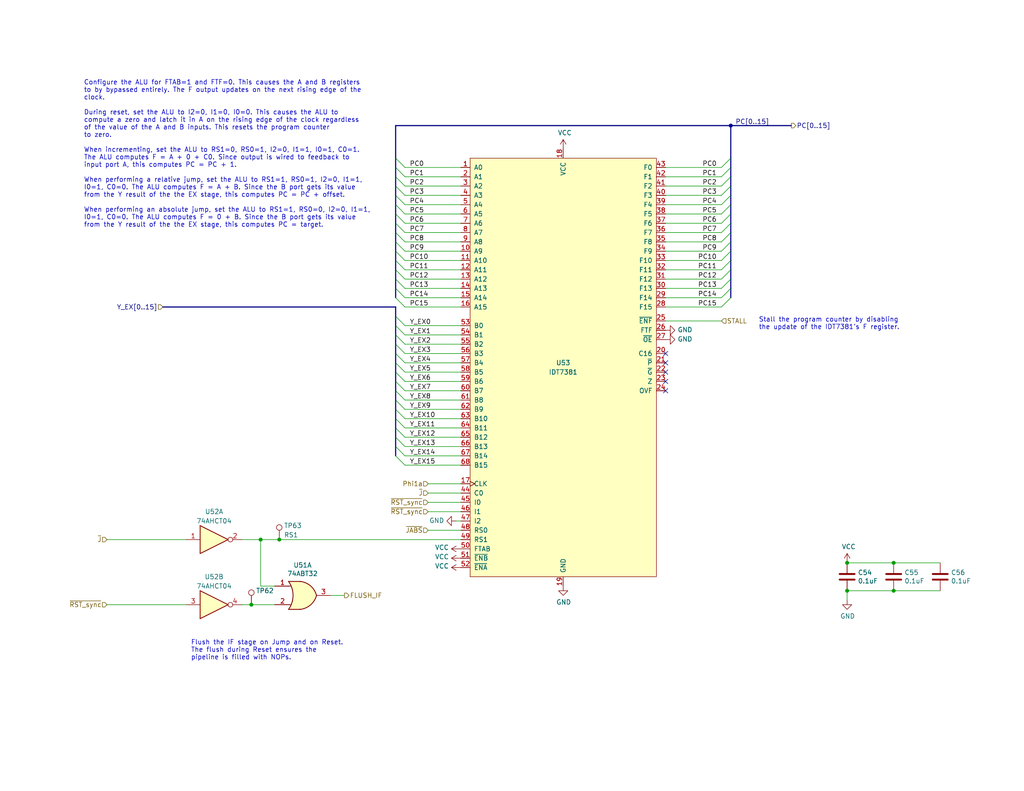
<source format=kicad_sch>
(kicad_sch (version 20230121) (generator eeschema)
  (paper "USLetter")
  (title_block (title "Program Counter") (date "2023-11-25") (rev "A") (comment 3 "sixteen-bit offset, or else reset to zero.") (comment 4 "Sixteen-bit program counter will either increment on the clock, add a specified"))
  (lib_symbols
    (symbol "Connector:TestPoint" (pin_numbers hide) (pin_names (offset 0.762) hide)
      (property "Reference" "TP" (at 0 6.858 0))
      (property "Value" "TestPoint" (at 0 5.08 0))
      (symbol "TestPoint_0_1"
        (circle (center 0 3.302) (radius 0.762))
      )
      (symbol "TestPoint_1_1"
        (pin passive line (at 0 0 90) (length 2.54) (name "1") (number "1"))
      )
    )
    (symbol "Device:C" (pin_numbers hide) (pin_names (offset 0.254))
      (property "Reference" "C" (at 0.635 2.54 0))
      (property "Value" "C" (at 0.635 -2.54 0))
      (symbol "C_0_1"
        (polyline (pts (xy -2.032 -0.762) (xy 2.032 -0.762)) (stroke (width 0.508)))
        (polyline (pts (xy -2.032 0.762) (xy 2.032 0.762)) (stroke (width 0.508)))
      )
      (symbol "C_1_1"
        (pin passive line (at 0 3.81 270) (length 2.794) (name "~") (number "1"))
        (pin passive line (at 0 -3.81 90) (length 2.794) (name "~") (number "2"))
      )
    )
    (symbol "Turtle16:74ABT32" (pin_names (offset 1.016))
      (property "Reference" "U" (at 0 1.27 0))
      (property "Value" "74ABT32" (at 0 -1.27 0))
      (symbol "74ABT32_1_1"
        (arc (start -3.81 -3.81) (mid -2.589 0) (end -3.81 3.81) (stroke (width 0.254)))
        (arc (start -0.6096 -3.81) (mid 2.1842 -2.5851) (end 3.81 0) (stroke (width 0.254)) (fill (type background)))
        (polyline (pts (xy -3.81 -3.81) (xy -0.635 -3.81)) (stroke (width 0.254)) (fill (type background)))
        (polyline (pts (xy -3.81 3.81) (xy -0.635 3.81)) (stroke (width 0.254)) (fill (type background)))
        (polyline (pts (xy -0.635 3.81) (xy -3.81 3.81) (xy -3.81 3.81) (xy -3.556 3.4036) (xy -3.0226 2.2606) (xy -2.6924 1.0414) (xy -2.6162 -0.254) (xy -2.7686 -1.4986) (xy -3.175 -2.7178) (xy -3.81 -3.81) (xy -3.81 -3.81) (xy -0.635 -3.81)) (stroke (width -25.4)) (fill (type background)))
        (arc (start 3.81 0) (mid 2.1915 2.5936) (end -0.6096 3.81) (stroke (width 0.254)) (fill (type background)))
        (pin input line (at -7.62 2.54 0) (length 4.318) (name "~") (number "1"))
        (pin input line (at -7.62 -2.54 0) (length 4.318) (name "~") (number "2"))
        (pin output line (at 7.62 0 180) (length 3.81) (name "~") (number "3"))
      )
      (symbol "74ABT32_1_2"
        (arc (start 0 -3.81) (mid 3.7934 0) (end 0 3.81) (stroke (width 0.254)) (fill (type background)))
        (polyline (pts (xy 0 3.81) (xy -3.81 3.81) (xy -3.81 -3.81) (xy 0 -3.81)) (stroke (width 0.254)) (fill (type background)))
        (pin input inverted (at -7.62 2.54 0) (length 3.81) (name "~") (number "1"))
        (pin input inverted (at -7.62 -2.54 0) (length 3.81) (name "~") (number "2"))
        (pin output inverted (at 7.62 0 180) (length 3.81) (name "~") (number "3"))
      )
      (symbol "74ABT32_2_1"
        (arc (start -3.81 -3.81) (mid -2.589 0) (end -3.81 3.81) (stroke (width 0.254)))
        (arc (start -0.6096 -3.81) (mid 2.1842 -2.5851) (end 3.81 0) (stroke (width 0.254)) (fill (type background)))
        (polyline (pts (xy -3.81 -3.81) (xy -0.635 -3.81)) (stroke (width 0.254)) (fill (type background)))
        (polyline (pts (xy -3.81 3.81) (xy -0.635 3.81)) (stroke (width 0.254)) (fill (type background)))
        (polyline (pts (xy -0.635 3.81) (xy -3.81 3.81) (xy -3.81 3.81) (xy -3.556 3.4036) (xy -3.0226 2.2606) (xy -2.6924 1.0414) (xy -2.6162 -0.254) (xy -2.7686 -1.4986) (xy -3.175 -2.7178) (xy -3.81 -3.81) (xy -3.81 -3.81) (xy -0.635 -3.81)) (stroke (width -25.4)) (fill (type background)))
        (arc (start 3.81 0) (mid 2.1915 2.5936) (end -0.6096 3.81) (stroke (width 0.254)) (fill (type background)))
        (pin input line (at -7.62 2.54 0) (length 4.318) (name "~") (number "4"))
        (pin input line (at -7.62 -2.54 0) (length 4.318) (name "~") (number "5"))
        (pin output line (at 7.62 0 180) (length 3.81) (name "~") (number "6"))
      )
      (symbol "74ABT32_2_2"
        (arc (start 0 -3.81) (mid 3.7934 0) (end 0 3.81) (stroke (width 0.254)) (fill (type background)))
        (polyline (pts (xy 0 3.81) (xy -3.81 3.81) (xy -3.81 -3.81) (xy 0 -3.81)) (stroke (width 0.254)) (fill (type background)))
        (pin input inverted (at -7.62 2.54 0) (length 3.81) (name "~") (number "4"))
        (pin input inverted (at -7.62 -2.54 0) (length 3.81) (name "~") (number "5"))
        (pin output inverted (at 7.62 0 180) (length 3.81) (name "~") (number "6"))
      )
      (symbol "74ABT32_3_1"
        (arc (start -3.81 -3.81) (mid -2.589 0) (end -3.81 3.81) (stroke (width 0.254)))
        (arc (start -0.6096 -3.81) (mid 2.1842 -2.5851) (end 3.81 0) (stroke (width 0.254)) (fill (type background)))
        (polyline (pts (xy -3.81 -3.81) (xy -0.635 -3.81)) (stroke (width 0.254)) (fill (type background)))
        (polyline (pts (xy -3.81 3.81) (xy -0.635 3.81)) (stroke (width 0.254)) (fill (type background)))
        (polyline (pts (xy -0.635 3.81) (xy -3.81 3.81) (xy -3.81 3.81) (xy -3.556 3.4036) (xy -3.0226 2.2606) (xy -2.6924 1.0414) (xy -2.6162 -0.254) (xy -2.7686 -1.4986) (xy -3.175 -2.7178) (xy -3.81 -3.81) (xy -3.81 -3.81) (xy -0.635 -3.81)) (stroke (width -25.4)) (fill (type background)))
        (arc (start 3.81 0) (mid 2.1915 2.5936) (end -0.6096 3.81) (stroke (width 0.254)) (fill (type background)))
        (pin input line (at -7.62 -2.54 0) (length 4.318) (name "~") (number "10"))
        (pin output line (at 7.62 0 180) (length 3.81) (name "~") (number "8"))
        (pin input line (at -7.62 2.54 0) (length 4.318) (name "~") (number "9"))
      )
      (symbol "74ABT32_3_2"
        (arc (start 0 -3.81) (mid 3.7934 0) (end 0 3.81) (stroke (width 0.254)) (fill (type background)))
        (polyline (pts (xy 0 3.81) (xy -3.81 3.81) (xy -3.81 -3.81) (xy 0 -3.81)) (stroke (width 0.254)) (fill (type background)))
        (pin input inverted (at -7.62 -2.54 0) (length 3.81) (name "~") (number "10"))
        (pin output inverted (at 7.62 0 180) (length 3.81) (name "~") (number "8"))
        (pin input inverted (at -7.62 2.54 0) (length 3.81) (name "~") (number "9"))
      )
      (symbol "74ABT32_4_1"
        (arc (start -3.81 -3.81) (mid -2.589 0) (end -3.81 3.81) (stroke (width 0.254)))
        (arc (start -0.6096 -3.81) (mid 2.1842 -2.5851) (end 3.81 0) (stroke (width 0.254)) (fill (type background)))
        (polyline (pts (xy -3.81 -3.81) (xy -0.635 -3.81)) (stroke (width 0.254)) (fill (type background)))
        (polyline (pts (xy -3.81 3.81) (xy -0.635 3.81)) (stroke (width 0.254)) (fill (type background)))
        (polyline (pts (xy -0.635 3.81) (xy -3.81 3.81) (xy -3.81 3.81) (xy -3.556 3.4036) (xy -3.0226 2.2606) (xy -2.6924 1.0414) (xy -2.6162 -0.254) (xy -2.7686 -1.4986) (xy -3.175 -2.7178) (xy -3.81 -3.81) (xy -3.81 -3.81) (xy -0.635 -3.81)) (stroke (width -25.4)) (fill (type background)))
        (arc (start 3.81 0) (mid 2.1915 2.5936) (end -0.6096 3.81) (stroke (width 0.254)) (fill (type background)))
        (pin output line (at 7.62 0 180) (length 3.81) (name "~") (number "11"))
        (pin input line (at -7.62 2.54 0) (length 4.318) (name "~") (number "12"))
        (pin input line (at -7.62 -2.54 0) (length 4.318) (name "~") (number "13"))
      )
      (symbol "74ABT32_4_2"
        (arc (start 0 -3.81) (mid 3.7934 0) (end 0 3.81) (stroke (width 0.254)) (fill (type background)))
        (polyline (pts (xy 0 3.81) (xy -3.81 3.81) (xy -3.81 -3.81) (xy 0 -3.81)) (stroke (width 0.254)) (fill (type background)))
        (pin output inverted (at 7.62 0 180) (length 3.81) (name "~") (number "11"))
        (pin input inverted (at -7.62 2.54 0) (length 3.81) (name "~") (number "12"))
        (pin input inverted (at -7.62 -2.54 0) (length 3.81) (name "~") (number "13"))
      )
      (symbol "74ABT32_5_0"
        (pin power_in line (at 0 12.7 270) (length 5.08) (name "VCC") (number "14"))
        (pin power_in line (at 0 -12.7 90) (length 5.08) (name "GND") (number "7"))
      )
      (symbol "74ABT32_5_1"
        (rectangle (start -5.08 7.62) (end 5.08 -7.62) (stroke (width 0.254)) (fill (type background)))
      )
    )
    (symbol "Turtle16:74AHCT04"
      (property "Reference" "U" (at 0 1.27 0))
      (property "Value" "74AHCT04" (at 0 -1.27 0))
      (symbol "74AHCT04_1_0"
        (polyline (pts (xy -3.81 3.81) (xy -3.81 -3.81) (xy 3.81 0) (xy -3.81 3.81)) (stroke (width 0.254)) (fill (type background)))
        (pin input line (at -7.62 0 0) (length 3.81) (name "~") (number "1"))
        (pin output inverted (at 7.62 0 180) (length 3.81) (name "~") (number "2"))
      )
      (symbol "74AHCT04_2_0"
        (polyline (pts (xy -3.81 3.81) (xy -3.81 -3.81) (xy 3.81 0) (xy -3.81 3.81)) (stroke (width 0.254)) (fill (type background)))
        (pin input line (at -7.62 0 0) (length 3.81) (name "~") (number "3"))
        (pin output inverted (at 7.62 0 180) (length 3.81) (name "~") (number "4"))
      )
      (symbol "74AHCT04_3_0"
        (polyline (pts (xy -3.81 3.81) (xy -3.81 -3.81) (xy 3.81 0) (xy -3.81 3.81)) (stroke (width 0.254)) (fill (type background)))
        (pin input line (at -7.62 0 0) (length 3.81) (name "~") (number "5"))
        (pin output inverted (at 7.62 0 180) (length 3.81) (name "~") (number "6"))
      )
      (symbol "74AHCT04_4_0"
        (polyline (pts (xy -3.81 3.81) (xy -3.81 -3.81) (xy 3.81 0) (xy -3.81 3.81)) (stroke (width 0.254)) (fill (type background)))
        (pin output inverted (at 7.62 0 180) (length 3.81) (name "~") (number "8"))
        (pin input line (at -7.62 0 0) (length 3.81) (name "~") (number "9"))
      )
      (symbol "74AHCT04_5_0"
        (polyline (pts (xy -3.81 3.81) (xy -3.81 -3.81) (xy 3.81 0) (xy -3.81 3.81)) (stroke (width 0.254)) (fill (type background)))
        (pin output inverted (at 7.62 0 180) (length 3.81) (name "~") (number "10"))
        (pin input line (at -7.62 0 0) (length 3.81) (name "~") (number "11"))
      )
      (symbol "74AHCT04_6_0"
        (polyline (pts (xy -3.81 3.81) (xy -3.81 -3.81) (xy 3.81 0) (xy -3.81 3.81)) (stroke (width 0.254)) (fill (type background)))
        (pin output inverted (at 7.62 0 180) (length 3.81) (name "~") (number "12"))
        (pin input line (at -7.62 0 0) (length 3.81) (name "~") (number "13"))
      )
      (symbol "74AHCT04_7_0"
        (pin power_in line (at 0 12.7 270) (length 5.08) (name "VCC") (number "14"))
        (pin power_in line (at 0 -12.7 90) (length 5.08) (name "GND") (number "7"))
      )
      (symbol "74AHCT04_7_1"
        (rectangle (start -5.08 7.62) (end 5.08 -7.62) (stroke (width 0.254)) (fill (type background)))
      )
    )
    (symbol "Turtle16:IDT7381" (pin_names (offset 1.016))
      (symbol "IDT7381_0_1"
        (rectangle (start -25.4 57.15) (end 25.4 -57.15) (fill (type background)))
      )
      (symbol "IDT7381_1_1"
        (pin input line (at -27.94 54.61 0) (length 2.54) (name "A0") (number "1"))
        (pin input line (at -27.94 31.75 0) (length 2.54) (name "A9") (number "10"))
        (pin input line (at -27.94 29.21 0) (length 2.54) (name "A10") (number "11"))
        (pin input line (at -27.94 26.67 0) (length 2.54) (name "A11") (number "12"))
        (pin input line (at -27.94 24.13 0) (length 2.54) (name "A12") (number "13"))
        (pin input line (at -27.94 21.59 0) (length 2.54) (name "A13") (number "14"))
        (pin input line (at -27.94 19.05 0) (length 2.54) (name "A14") (number "15"))
        (pin input line (at -27.94 16.51 0) (length 2.54) (name "A15") (number "16"))
        (pin input clock (at -27.94 -31.75 0) (length 2.54) (name "CLK") (number "17"))
        (pin power_in line (at 0 59.69 270) (length 2.54) (name "VCC") (number "18"))
        (pin power_in line (at 0 -59.69 90) (length 2.54) (name "GND") (number "19"))
        (pin input line (at -27.94 52.07 0) (length 2.54) (name "A1") (number "2"))
        (pin output line (at 27.94 3.81 180) (length 2.54) (name "C16") (number "20"))
        (pin output line (at 27.94 1.27 180) (length 2.54) (name "~{P}") (number "21"))
        (pin output line (at 27.94 -1.27 180) (length 2.54) (name "~{G}") (number "22"))
        (pin output line (at 27.94 -3.81 180) (length 2.54) (name "Z") (number "23"))
        (pin output line (at 27.94 -6.35 180) (length 2.54) (name "OVF") (number "24"))
        (pin input line (at 27.94 12.7 180) (length 2.54) (name "~{ENF}") (number "25"))
        (pin input line (at 27.94 10.16 180) (length 2.54) (name "FTF") (number "26"))
        (pin input line (at 27.94 7.62 180) (length 2.54) (name "~{OE}") (number "27"))
        (pin tri_state line (at 27.94 16.51 180) (length 2.54) (name "F15") (number "28"))
        (pin tri_state line (at 27.94 19.05 180) (length 2.54) (name "F14") (number "29"))
        (pin input line (at -27.94 49.53 0) (length 2.54) (name "A2") (number "3"))
        (pin tri_state line (at 27.94 21.59 180) (length 2.54) (name "F13") (number "30"))
        (pin tri_state line (at 27.94 24.13 180) (length 2.54) (name "F12") (number "31"))
        (pin tri_state line (at 27.94 26.67 180) (length 2.54) (name "F11") (number "32"))
        (pin tri_state line (at 27.94 29.21 180) (length 2.54) (name "F10") (number "33"))
        (pin tri_state line (at 27.94 31.75 180) (length 2.54) (name "F9") (number "34"))
        (pin tri_state line (at 27.94 34.29 180) (length 2.54) (name "F8") (number "35"))
        (pin tri_state line (at 27.94 36.83 180) (length 2.54) (name "F7") (number "36"))
        (pin tri_state line (at 27.94 39.37 180) (length 2.54) (name "F6") (number "37"))
        (pin tri_state line (at 27.94 41.91 180) (length 2.54) (name "F5") (number "38"))
        (pin tri_state line (at 27.94 44.45 180) (length 2.54) (name "F4") (number "39"))
        (pin input line (at -27.94 46.99 0) (length 2.54) (name "A3") (number "4"))
        (pin tri_state line (at 27.94 46.99 180) (length 2.54) (name "F3") (number "40"))
        (pin tri_state line (at 27.94 49.53 180) (length 2.54) (name "F2") (number "41"))
        (pin tri_state line (at 27.94 52.07 180) (length 2.54) (name "F1") (number "42"))
        (pin tri_state line (at 27.94 54.61 180) (length 2.54) (name "F0") (number "43"))
        (pin input line (at -27.94 -34.29 0) (length 2.54) (name "C0") (number "44"))
        (pin input line (at -27.94 -36.83 0) (length 2.54) (name "I0") (number "45"))
        (pin input line (at -27.94 -39.37 0) (length 2.54) (name "I1") (number "46"))
        (pin input line (at -27.94 -41.91 0) (length 2.54) (name "I2") (number "47"))
        (pin input line (at -27.94 -44.45 0) (length 2.54) (name "RS0") (number "48"))
        (pin input line (at -27.94 -46.99 0) (length 2.54) (name "RS1") (number "49"))
        (pin input line (at -27.94 44.45 0) (length 2.54) (name "A4") (number "5"))
        (pin input line (at -27.94 -49.53 0) (length 2.54) (name "FTAB") (number "50"))
        (pin input line (at -27.94 -52.07 0) (length 2.54) (name "~{ENB}") (number "51"))
        (pin input line (at -27.94 -54.61 0) (length 2.54) (name "~{ENA}") (number "52"))
        (pin input line (at -27.94 11.43 0) (length 2.54) (name "B0") (number "53"))
        (pin input line (at -27.94 8.89 0) (length 2.54) (name "B1") (number "54"))
        (pin input line (at -27.94 6.35 0) (length 2.54) (name "B2") (number "55"))
        (pin input line (at -27.94 3.81 0) (length 2.54) (name "B3") (number "56"))
        (pin input line (at -27.94 1.27 0) (length 2.54) (name "B4") (number "57"))
        (pin input line (at -27.94 -1.27 0) (length 2.54) (name "B5") (number "58"))
        (pin input line (at -27.94 -3.81 0) (length 2.54) (name "B6") (number "59"))
        (pin input line (at -27.94 41.91 0) (length 2.54) (name "A5") (number "6"))
        (pin input line (at -27.94 -6.35 0) (length 2.54) (name "B7") (number "60"))
        (pin input line (at -27.94 -8.89 0) (length 2.54) (name "B8") (number "61"))
        (pin input line (at -27.94 -11.43 0) (length 2.54) (name "B9") (number "62"))
        (pin input line (at -27.94 -13.97 0) (length 2.54) (name "B10") (number "63"))
        (pin input line (at -27.94 -16.51 0) (length 2.54) (name "B11") (number "64"))
        (pin input line (at -27.94 -19.05 0) (length 2.54) (name "B12") (number "65"))
        (pin input line (at -27.94 -21.59 0) (length 2.54) (name "B13") (number "66"))
        (pin input line (at -27.94 -24.13 0) (length 2.54) (name "B14") (number "67"))
        (pin input line (at -27.94 -26.67 0) (length 2.54) (name "B15") (number "68"))
        (pin input line (at -27.94 39.37 0) (length 2.54) (name "A6") (number "7"))
        (pin input line (at -27.94 36.83 0) (length 2.54) (name "A7") (number "8"))
        (pin input line (at -27.94 34.29 0) (length 2.54) (name "A8") (number "9"))
      )
    )
    (symbol "power:GND" (power) (pin_names (offset 0))
      (property "Value" "GND" (at 0 -3.81 0))
      (symbol "GND_0_1"
        (polyline (pts (xy 0 0) (xy 0 -1.27) (xy 1.27 -1.27) (xy 0 -2.54) (xy -1.27 -1.27) (xy 0 -1.27)))
      )
      (symbol "GND_1_1"
        (pin power_in line (at 0 0 270) (length 0) hide (name "GND") (number "1"))
      )
    )
    (symbol "power:VCC" (power) (pin_names (offset 0))
      (property "Value" "VCC" (at 0 3.81 0))
      (symbol "VCC_0_1"
        (polyline (pts (xy -0.762 1.27) (xy 0 2.54)))
        (polyline (pts (xy 0 0) (xy 0 2.54)))
        (polyline (pts (xy 0 2.54) (xy 0.762 1.27)))
      )
      (symbol "VCC_1_1"
        (pin power_in line (at 0 0 90) (length 0) hide (name "VCC") (number "1"))
      )
    )
  )
  (junction (at -53.34 147.32))
  (junction (at -29.21 157.48))
  (junction (at 231.14 161.29))
  (junction (at -53.34 152.4))
  (junction (at -53.34 133.35))
  (junction (at -53.34 162.56))
  (junction (at -53.34 167.64))
  (junction (at -29.21 143.51))
  (junction (at 243.84 161.29))
  (junction (at -29.21 129.54))
  (junction (at 199.39 34.29))
  (junction (at 231.14 153.67))
  (junction (at -29.21 171.45))
  (junction (at 71.12 147.32))
  (junction (at 76.2 147.32))
  (junction (at 243.84 153.67))
  (junction (at 68.58 165.1))
  (junction (at -53.34 138.43))
  (no_connect (at -13.97 129.54))
  (no_connect (at 181.61 104.14))
  (no_connect (at -13.97 143.51))
  (no_connect (at 181.61 101.6))
  (no_connect (at -35.56 165.1))
  (no_connect (at 181.61 106.68))
  (no_connect (at -35.56 135.89))
  (no_connect (at -13.97 157.48))
  (no_connect (at -35.56 149.86))
  (no_connect (at 181.61 96.52))
  (no_connect (at 181.61 99.06))
  (no_connect (at -13.97 171.45))
  (bus_entry (at 110.49 53.34) (size -2.54 -2.54))
  (bus_entry (at 110.49 91.44) (size -2.54 -2.54))
  (bus_entry (at 110.49 48.26) (size -2.54 -2.54))
  (bus_entry (at 110.49 76.2) (size -2.54 -2.54))
  (bus_entry (at 110.49 63.5) (size -2.54 -2.54))
  (bus_entry (at 110.49 73.66) (size -2.54 -2.54))
  (bus_entry (at 196.85 48.26) (size 2.54 -2.54))
  (bus_entry (at 110.49 99.06) (size -2.54 -2.54))
  (bus_entry (at 196.85 55.88) (size 2.54 -2.54))
  (bus_entry (at 196.85 73.66) (size 2.54 -2.54))
  (bus_entry (at 110.49 66.04) (size -2.54 -2.54))
  (bus_entry (at 110.49 96.52) (size -2.54 -2.54))
  (bus_entry (at 196.85 76.2) (size 2.54 -2.54))
  (bus_entry (at 110.49 55.88) (size -2.54 -2.54))
  (bus_entry (at 110.49 60.96) (size -2.54 -2.54))
  (bus_entry (at 196.85 71.12) (size 2.54 -2.54))
  (bus_entry (at 110.49 101.6) (size -2.54 -2.54))
  (bus_entry (at 110.49 119.38) (size -2.54 -2.54))
  (bus_entry (at 110.49 71.12) (size -2.54 -2.54))
  (bus_entry (at 110.49 114.3) (size -2.54 -2.54))
  (bus_entry (at 110.49 88.9) (size -2.54 -2.54))
  (bus_entry (at 196.85 81.28) (size 2.54 -2.54))
  (bus_entry (at 196.85 66.04) (size 2.54 -2.54))
  (bus_entry (at 196.85 68.58) (size 2.54 -2.54))
  (bus_entry (at 110.49 81.28) (size -2.54 -2.54))
  (bus_entry (at 110.49 127) (size -2.54 -2.54))
  (bus_entry (at 196.85 83.82) (size 2.54 -2.54))
  (bus_entry (at 110.49 45.72) (size -2.54 -2.54))
  (bus_entry (at 196.85 63.5) (size 2.54 -2.54))
  (bus_entry (at 110.49 83.82) (size -2.54 -2.54))
  (bus_entry (at 110.49 121.92) (size -2.54 -2.54))
  (bus_entry (at 110.49 78.74) (size -2.54 -2.54))
  (bus_entry (at 110.49 109.22) (size -2.54 -2.54))
  (bus_entry (at 196.85 50.8) (size 2.54 -2.54))
  (bus_entry (at 196.85 45.72) (size 2.54 -2.54))
  (bus_entry (at 110.49 111.76) (size -2.54 -2.54))
  (bus_entry (at 110.49 50.8) (size -2.54 -2.54))
  (bus_entry (at 110.49 124.46) (size -2.54 -2.54))
  (bus_entry (at 110.49 93.98) (size -2.54 -2.54))
  (bus_entry (at 196.85 53.34) (size 2.54 -2.54))
  (bus_entry (at 110.49 58.42) (size -2.54 -2.54))
  (bus_entry (at 196.85 60.96) (size 2.54 -2.54))
  (bus_entry (at 110.49 106.68) (size -2.54 -2.54))
  (bus_entry (at 110.49 68.58) (size -2.54 -2.54))
  (bus_entry (at 196.85 58.42) (size 2.54 -2.54))
  (bus_entry (at 196.85 78.74) (size 2.54 -2.54))
  (bus_entry (at 110.49 116.84) (size -2.54 -2.54))
  (bus_entry (at 110.49 104.14) (size -2.54 -2.54))
  (wire (pts (xy -53.34 118.11) (xy -53.34 133.35)))
  (wire (pts (xy 256.54 161.29) (xy 243.84 161.29)))
  (wire (pts (xy 68.58 165.1) (xy 74.93 165.1)))
  (wire (pts (xy 71.12 160.02) (xy 71.12 147.32)))
  (wire (pts (xy 110.49 58.42) (xy 125.73 58.42)))
  (bus (pts (xy 107.95 63.5) (xy 107.95 66.04)))
  (bus (pts (xy 107.95 119.38) (xy 107.95 121.92)))
  (bus (pts (xy 199.39 58.42) (xy 199.39 60.96)))
  (wire (pts (xy 110.49 106.68) (xy 125.73 106.68)))
  (wire (pts (xy 110.49 78.74) (xy 125.73 78.74)))
  (wire (pts (xy 110.49 114.3) (xy 125.73 114.3)))
  (wire (pts (xy 196.85 78.74) (xy 181.61 78.74)))
  (bus (pts (xy 107.95 104.14) (xy 107.95 106.68)))
  (bus (pts (xy 199.39 50.8) (xy 199.39 53.34)))
  (wire (pts (xy 66.04 147.32) (xy 71.12 147.32)))
  (wire (pts (xy -50.8 133.35) (xy -53.34 133.35)))
  (wire (pts (xy -50.8 138.43) (xy -53.34 138.43)))
  (bus (pts (xy 107.95 116.84) (xy 107.95 119.38)))
  (wire (pts (xy 196.85 73.66) (xy 181.61 73.66)))
  (wire (pts (xy 110.49 93.98) (xy 125.73 93.98)))
  (bus (pts (xy 199.39 34.29) (xy 199.39 43.18)))
  (bus (pts (xy 107.95 109.22) (xy 107.95 111.76)))
  (wire (pts (xy 110.49 91.44) (xy 125.73 91.44)))
  (wire (pts (xy 116.84 139.7) (xy 125.73 139.7)))
  (wire (pts (xy 196.85 83.82) (xy 181.61 83.82)))
  (wire (pts (xy -29.21 199.39) (xy -29.21 200.66)))
  (wire (pts (xy 196.85 76.2) (xy 181.61 76.2)))
  (bus (pts (xy 107.95 99.06) (xy 107.95 101.6)))
  (bus (pts (xy 107.95 43.18) (xy 107.95 45.72)))
  (wire (pts (xy -53.34 162.56) (xy -53.34 167.64)))
  (bus (pts (xy 107.95 83.82) (xy 44.45 83.82)))
  (wire (pts (xy -53.34 138.43) (xy -53.34 147.32)))
  (bus (pts (xy 107.95 73.66) (xy 107.95 76.2)))
  (bus (pts (xy 107.95 121.92) (xy 107.95 124.46)))
  (bus (pts (xy 107.95 88.9) (xy 107.95 91.44)))
  (bus (pts (xy 199.39 68.58) (xy 199.39 71.12)))
  (bus (pts (xy 199.39 73.66) (xy 199.39 76.2)))
  (wire (pts (xy 110.49 109.22) (xy 125.73 109.22)))
  (wire (pts (xy 110.49 88.9) (xy 125.73 88.9)))
  (wire (pts (xy -29.21 143.51) (xy -29.21 157.48)))
  (bus (pts (xy 107.95 93.98) (xy 107.95 96.52)))
  (bus (pts (xy 107.95 86.36) (xy 107.95 88.9)))
  (wire (pts (xy 71.12 147.32) (xy 76.2 147.32)))
  (wire (pts (xy 29.21 165.1) (xy 50.8 165.1)))
  (bus (pts (xy 107.95 58.42) (xy 107.95 60.96)))
  (wire (pts (xy 110.49 73.66) (xy 125.73 73.66)))
  (bus (pts (xy 107.95 55.88) (xy 107.95 58.42)))
  (bus (pts (xy 199.39 53.34) (xy 199.39 55.88)))
  (wire (pts (xy 196.85 53.34) (xy 181.61 53.34)))
  (bus (pts (xy 107.95 96.52) (xy 107.95 99.06)))
  (wire (pts (xy 110.49 83.82) (xy 125.73 83.82)))
  (bus (pts (xy 199.39 43.18) (xy 199.39 45.72)))
  (wire (pts (xy 231.14 163.83) (xy 231.14 161.29)))
  (bus (pts (xy 199.39 66.04) (xy 199.39 68.58)))
  (wire (pts (xy 196.85 45.72) (xy 181.61 45.72)))
  (wire (pts (xy 196.85 48.26) (xy 181.61 48.26)))
  (bus (pts (xy 199.39 60.96) (xy 199.39 63.5)))
  (bus (pts (xy 107.95 83.82) (xy 107.95 86.36)))
  (wire (pts (xy 196.85 63.5) (xy 181.61 63.5)))
  (wire (pts (xy -50.8 162.56) (xy -53.34 162.56)))
  (wire (pts (xy 110.49 45.72) (xy 125.73 45.72)))
  (bus (pts (xy 107.95 106.68) (xy 107.95 109.22)))
  (bus (pts (xy 107.95 111.76) (xy 107.95 114.3)))
  (bus (pts (xy 107.95 76.2) (xy 107.95 78.74)))
  (bus (pts (xy 107.95 91.44) (xy 107.95 93.98)))
  (bus (pts (xy 107.95 78.74) (xy 107.95 81.28)))
  (wire (pts (xy 110.49 50.8) (xy 125.73 50.8)))
  (bus (pts (xy 199.39 71.12) (xy 199.39 73.66)))
  (wire (pts (xy -50.8 152.4) (xy -53.34 152.4)))
  (wire (pts (xy 116.84 144.78) (xy 125.73 144.78)))
  (bus (pts (xy 107.95 34.29) (xy 107.95 43.18)))
  (wire (pts (xy 116.84 137.16) (xy 125.73 137.16)))
  (wire (pts (xy 110.49 53.34) (xy 125.73 53.34)))
  (wire (pts (xy 110.49 99.06) (xy 125.73 99.06)))
  (bus (pts (xy 199.39 48.26) (xy 199.39 50.8)))
  (wire (pts (xy 231.14 153.67) (xy 243.84 153.67)))
  (wire (pts (xy 110.49 104.14) (xy 125.73 104.14)))
  (bus (pts (xy 107.95 34.29) (xy 199.39 34.29)))
  (bus (pts (xy 199.39 55.88) (xy 199.39 58.42)))
  (wire (pts (xy 110.49 60.96) (xy 125.73 60.96)))
  (bus (pts (xy 107.95 48.26) (xy 107.95 50.8)))
  (bus (pts (xy 107.95 101.6) (xy 107.95 104.14)))
  (wire (pts (xy 110.49 116.84) (xy 125.73 116.84)))
  (wire (pts (xy -50.8 147.32) (xy -53.34 147.32)))
  (bus (pts (xy 107.95 66.04) (xy 107.95 68.58)))
  (wire (pts (xy -29.21 129.54) (xy -29.21 143.51)))
  (wire (pts (xy 110.49 96.52) (xy 125.73 96.52)))
  (wire (pts (xy -53.34 152.4) (xy -53.34 162.56)))
  (bus (pts (xy 107.95 45.72) (xy 107.95 48.26)))
  (bus (pts (xy 107.95 71.12) (xy 107.95 73.66)))
  (wire (pts (xy 110.49 71.12) (xy 125.73 71.12)))
  (wire (pts (xy 110.49 124.46) (xy 125.73 124.46)))
  (wire (pts (xy 66.04 165.1) (xy 68.58 165.1)))
  (bus (pts (xy 199.39 63.5) (xy 199.39 66.04)))
  (wire (pts (xy 196.85 60.96) (xy 181.61 60.96)))
  (wire (pts (xy 110.49 81.28) (xy 125.73 81.28)))
  (bus (pts (xy 199.39 76.2) (xy 199.39 78.74)))
  (wire (pts (xy 243.84 161.29) (xy 231.14 161.29)))
  (wire (pts (xy 196.85 68.58) (xy 181.61 68.58)))
  (bus (pts (xy 199.39 45.72) (xy 199.39 48.26)))
  (bus (pts (xy 107.95 60.96) (xy 107.95 63.5)))
  (bus (pts (xy 199.39 78.74) (xy 199.39 81.28)))
  (wire (pts (xy 110.49 121.92) (xy 125.73 121.92)))
  (wire (pts (xy 110.49 111.76) (xy 125.73 111.76)))
  (wire (pts (xy 196.85 81.28) (xy 181.61 81.28)))
  (bus (pts (xy 107.95 114.3) (xy 107.95 116.84)))
  (wire (pts (xy -29.21 157.48) (xy -29.21 171.45)))
  (wire (pts (xy 110.49 66.04) (xy 125.73 66.04)))
  (wire (pts (xy 93.98 162.56) (xy 90.17 162.56)))
  (wire (pts (xy 243.84 153.67) (xy 256.54 153.67)))
  (wire (pts (xy 196.85 50.8) (xy 181.61 50.8)))
  (wire (pts (xy 110.49 48.26) (xy 125.73 48.26)))
  (wire (pts (xy 110.49 76.2) (xy 125.73 76.2)))
  (wire (pts (xy 110.49 68.58) (xy 125.73 68.58)))
  (wire (pts (xy 181.61 87.63) (xy 196.85 87.63)))
  (wire (pts (xy -29.21 171.45) (xy -29.21 173.99)))
  (bus (pts (xy 107.95 68.58) (xy 107.95 71.12)))
  (wire (pts (xy -53.34 167.64) (xy -53.34 173.99)))
  (wire (pts (xy 110.49 119.38) (xy 125.73 119.38)))
  (bus (pts (xy 107.95 53.34) (xy 107.95 55.88)))
  (wire (pts (xy -53.34 147.32) (xy -53.34 152.4)))
  (bus (pts (xy 107.95 50.8) (xy 107.95 53.34)))
  (wire (pts (xy 196.85 71.12) (xy 181.61 71.12)))
  (wire (pts (xy 116.84 134.62) (xy 125.73 134.62)))
  (wire (pts (xy -29.21 118.11) (xy -29.21 129.54)))
  (wire (pts (xy 29.21 147.32) (xy 50.8 147.32)))
  (wire (pts (xy 110.49 101.6) (xy 125.73 101.6)))
  (wire (pts (xy 196.85 55.88) (xy 181.61 55.88)))
  (wire (pts (xy 76.2 147.32) (xy 125.73 147.32)))
  (bus (pts (xy 215.9 34.29) (xy 199.39 34.29)))
  (wire (pts (xy 125.73 142.24) (xy 124.46 142.24)))
  (wire (pts (xy 74.93 160.02) (xy 71.12 160.02)))
  (wire (pts (xy 116.84 132.08) (xy 125.73 132.08)))
  (wire (pts (xy -53.34 133.35) (xy -53.34 138.43)))
  (wire (pts (xy 110.49 127) (xy 125.73 127)))
  (wire (pts (xy -50.8 167.64) (xy -53.34 167.64)))
  (wire (pts (xy 110.49 55.88) (xy 125.73 55.88)))
  (wire (pts (xy 196.85 66.04) (xy 181.61 66.04)))
  (wire (pts (xy 110.49 63.5) (xy 125.73 63.5)))
  (wire (pts (xy 196.85 58.42) (xy 181.61 58.42)))
  (text "Stall the program counter by disabling\nthe update of the IDT7381’s F register." (at 207.01 90.17 0) (effects (font (size 1.27 1.27)) (justify left bottom)))
  (text "Flush the IF stage on Jump and on Reset.\nThe flush during Reset ensures the\npipeline is filled with NOPs." (at 52.07 180.34 0) (effects (font (size 1.27 1.27)) (justify left bottom)))
  (text "Configure the ALU for FTAB=1 and FTF=0. This causes the A and B registers\nto by bypassed entirely. The F output updates on the next rising edge of the\nclock.\n\nDuring reset, set the ALU to I2=0, I1=0, I0=0. This causes the ALU to\ncompute a zero and latch it in A on the rising edge of the clock regardless\nof the value of the A and B inputs. This resets the program counter\nto zero.\n\nWhen incrementing, set the ALU to RS1=0, RS0=1, I2=0, I1=1, I0=1, C0=1.\nThe ALU computes F = A + 0 + C0. Since output is wired to feedback to\ninput port A, this computes PC = PC + 1.\n\nWhen performing a relative jump, set the ALU to RS1=1, RS0=1, I2=0, I1=1,\nI0=1, C0=0. The ALU computes F = A + B. Since the B port gets its value\nfrom the Y result of the the EX stage, this computes PC = PC + offset.\n\nWhen performing an absolute jump, set the ALU to RS1=1, RS0=0, I2=0, I1=1,\nI0=1, C0=0. The ALU computes F = 0 + B. Since the B port gets its value\nfrom the Y result of the the EX stage, this computes PC = target." (at 22.86 62.23 0) (effects (font (size 1.27 1.27)) (justify left bottom)))
  (label "PC8" (at 111.76 66.04 0))
  (label "PC11" (at 111.76 73.66 0))
  (label "Y_EX9" (at 111.76 111.76 0))
  (label "PC3" (at 111.76 53.34 0))
  (label "Y_EX1" (at 111.76 91.44 0))
  (label "PC13" (at 111.76 78.74 0))
  (label "PC4" (at 111.76 55.88 0))
  (label "PC2" (at 195.58 50.8 180))
  (label "Y_EX6" (at 111.76 104.14 0))
  (label "Y_EX14" (at 111.76 124.46 0))
  (label "Y_EX13" (at 111.76 121.92 0))
  (label "PC9" (at 195.58 68.58 180))
  (label "Y_EX0" (at 111.76 88.9 0))
  (label "PC15" (at 195.58 83.82 180))
  (label "PC15" (at 111.76 83.82 0))
  (label "PC0" (at 111.76 45.72 0))
  (label "Y_EX3" (at 111.76 96.52 0))
  (label "PC5" (at 195.58 58.42 180))
  (label "PC11" (at 195.58 73.66 180))
  (label "Y_EX11" (at 111.76 116.84 0))
  (label "PC10" (at 195.58 71.12 180))
  (label "Y_EX7" (at 111.76 106.68 0))
  (label "Y_EX5" (at 111.76 101.6 0))
  (label "PC14" (at 111.76 81.28 0))
  (label "Y_EX2" (at 111.76 93.98 0))
  (label "PC12" (at 195.58 76.2 180))
  (label "PC10" (at 111.76 71.12 0))
  (label "PC8" (at 195.58 66.04 180))
  (label "PC6" (at 111.76 60.96 0))
  (label "PC6" (at 195.58 60.96 180))
  (label "PC2" (at 111.76 50.8 0))
  (label "PC9" (at 111.76 68.58 0))
  (label "PC4" (at 195.58 55.88 180))
  (label "Y_EX4" (at 111.76 99.06 0))
  (label "PC13" (at 195.58 78.74 180))
  (label "PC0" (at 195.58 45.72 180))
  (label "PC1" (at 195.58 48.26 180))
  (label "PC14" (at 195.58 81.28 180))
  (label "Y_EX12" (at 111.76 119.38 0))
  (label "Y_EX15" (at 111.76 127 0))
  (label "Y_EX10" (at 111.76 114.3 0))
  (label "PC7" (at 195.58 63.5 180))
  (label "PC3" (at 195.58 53.34 180))
  (label "PC5" (at 111.76 58.42 0))
  (label "PC[0..15]" (at 200.66 34.29 0))
  (label "PC7" (at 111.76 63.5 0))
  (label "Y_EX8" (at 111.76 109.22 0))
  (label "PC12" (at 111.76 76.2 0))
  (label "PC1" (at 111.76 48.26 0))
  (hierarchical_label "STALL" (shape input) (at 196.85 87.63 0))
  (hierarchical_label "~{JABS}" (shape input) (at 116.84 144.78 180))
  (hierarchical_label "PC[0..15]" (shape output) (at 215.9 34.29 0))
  (hierarchical_label "Phi1a" (shape input) (at 116.84 132.08 180))
  (hierarchical_label "~{RST_sync}" (shape input) (at 116.84 139.7 180))
  (hierarchical_label "Y_EX[0..15]" (shape input) (at 44.45 83.82 180))
  (hierarchical_label "~{J}" (shape input) (at 29.21 147.32 180))
  (hierarchical_label "~{J}" (shape input) (at 116.84 134.62 180))
  (hierarchical_label "~{RST_sync}" (shape input) (at 29.21 165.1 180))
  (hierarchical_label "~{RST_sync}" (shape input) (at 116.84 137.16 180))
  (hierarchical_label "FLUSH_IF" (shape output) (at 93.98 162.56 0))
  (symbol (lib_id "Device:C") (at 231.14 157.48 0) (unit 1)
    (property "Reference" "C54" (at 234.061 156.3116 0) (effects (justify left)))
    (property "Value" "0.1uF" (at 234.061 158.623 0) (effects (justify left)))
    (property "Footprint" "Capacitor_SMD:C_0603_1608Metric" (effects hide))
    (property "Datasheet" "https://www.mouser.com/datasheet/2/396/taiyo_yuden_12132018_mlcc11_hq_e-1510082.pdf" (effects hide))
    (property "Manufacturer" "Taiyo Yuden" (effects hide))
    (property "Manufacturer#" "EMK107B7104KAHT" (effects hide))
    (property "Mouser#" "963-EMK107B7104KAHT" (effects hide))
    (property "Digikey#" "587-6004-1-ND" (effects hide))
  )
  (symbol (lib_id "Device:C") (at 243.84 157.48 0) (unit 1)
    (property "Reference" "C55" (at 246.761 156.3116 0) (effects (justify left)))
    (property "Value" "0.1uF" (at 246.761 158.623 0) (effects (justify left)))
    (property "Footprint" "Capacitor_SMD:C_0603_1608Metric" (effects hide))
    (property "Datasheet" "https://www.mouser.com/datasheet/2/396/taiyo_yuden_12132018_mlcc11_hq_e-1510082.pdf" (effects hide))
    (property "Manufacturer" "Taiyo Yuden" (effects hide))
    (property "Manufacturer#" "EMK107B7104KAHT" (effects hide))
    (property "Mouser#" "963-EMK107B7104KAHT" (effects hide))
    (property "Digikey#" "587-6004-1-ND" (effects hide))
  )
  (symbol (lib_id "power:VCC") (at 231.14 153.67 0) (unit 1)
    (property "Reference" "#PWR0348" (effects hide))
    (property "Value" "VCC" (at 231.5718 149.2758 0))
  )
  (symbol (lib_id "power:GND") (at 231.14 163.83 0) (unit 1)
    (property "Reference" "#PWR0349" (effects hide))
    (property "Value" "GND" (at 231.267 168.2242 0))
  )
  (symbol (lib_id "Turtle16:IDT7381") (at 153.67 100.33 0) (unit 1)
    (property "Reference" "U53" (at 153.67 99.06 0))
    (property "Value" "IDT7381" (at 153.67 101.6 0))
    (property "Footprint" "Package_LCC:PLCC-68_SMD-Socket" (effects hide))
    (property "Datasheet" "https://www.mouser.com/datasheet/2/1/62074255ead63bd7ee299038194cccf20f500ef4-2950939.pdf" (effects hide))
    (property "Manufacturer" "3M" (effects hide))
    (property "Manufacturer#" "8468-21B1-RK-TP" (effects hide))
    (property "Mouser#" "517-8468-21B1-RK-TP" (effects hide))
    (property "Digikey#" "3M6821B1-ND" (effects hide))
  )
  (symbol (lib_id "power:VCC") (at 153.67 40.64 0) (unit 1)
    (property "Reference" "#PWR0344" (effects hide))
    (property "Value" "VCC" (at 154.1018 36.2458 0))
  )
  (symbol (lib_id "power:GND") (at 153.67 160.02 0) (unit 1)
    (property "Reference" "#PWR0345" (effects hide))
    (property "Value" "GND" (at 153.797 164.4142 0))
  )
  (symbol (lib_id "power:GND") (at 181.61 92.71 90) (unit 1)
    (property "Reference" "#PWR0347" (effects hide))
    (property "Value" "GND" (at 184.8612 92.583 90) (effects (justify right)))
  )
  (symbol (lib_id "power:VCC") (at 125.73 149.86 90) (unit 1)
    (property "Reference" "#PWR0341" (effects hide))
    (property "Value" "VCC" (at 122.5042 149.479 90) (effects (justify left)))
  )
  (symbol (lib_id "power:VCC") (at 125.73 152.4 90) (unit 1)
    (property "Reference" "#PWR0342" (effects hide))
    (property "Value" "VCC" (at 122.5042 152.019 90) (effects (justify left)))
  )
  (symbol (lib_id "power:VCC") (at 125.73 154.94 90) (unit 1)
    (property "Reference" "#PWR0343" (effects hide))
    (property "Value" "VCC" (at 122.5042 154.559 90) (effects (justify left)))
  )
  (symbol (lib_id "power:GND") (at 181.61 90.17 90) (unit 1)
    (property "Reference" "#PWR0346" (effects hide))
    (property "Value" "GND" (at 184.8612 90.043 90) (effects (justify right)))
  )
  (symbol (lib_id "Turtle16:74AHCT04") (at -29.21 186.69 0) (unit 7)
    (property "Reference" "U52" (at -29.21 185.42 0))
    (property "Value" "74AHCT04" (at -29.21 187.96 0))
    (property "Footprint" "Package_SO:TSSOP-14_4.4x5mm_P0.65mm" (effects hide))
    (property "Datasheet" "https://assets.nexperia.com/documents/data-sheet/74AHC_AHCT04.pdf" (effects hide))
    (property "Manufacturer" "Nexperia" (effects hide))
    (property "Manufacturer#" "74AHCT04APWJ" (effects hide))
    (property "Mouser#" "771-74AHCT04APWJ" (effects hide))
    (property "Digikey#" "1727-74AHCT04APWJCT-ND" (effects hide))
  )
  (symbol (lib_id "power:VCC") (at -29.21 118.11 0) (unit 1)
    (property "Reference" "#PWR0338" (effects hide))
    (property "Value" "VCC" (at -28.7782 113.7158 0))
  )
  (symbol (lib_id "power:GND") (at -29.21 200.66 0) (mirror y) (unit 1)
    (property "Reference" "#PWR0339" (effects hide))
    (property "Value" "GND" (at -29.337 205.0542 0))
  )
  (symbol (lib_id "Turtle16:74AHCT04") (at 58.42 165.1 0) (unit 2)
    (property "Reference" "U52" (at 58.42 157.48 0))
    (property "Value" "74AHCT04" (at 58.42 160.02 0))
    (property "Footprint" "Package_SO:TSSOP-14_4.4x5mm_P0.65mm" (effects hide))
    (property "Datasheet" "https://assets.nexperia.com/documents/data-sheet/74AHC_AHCT04.pdf" (effects hide))
    (property "Manufacturer" "Nexperia" (effects hide))
    (property "Manufacturer#" "74AHCT04APWJ" (effects hide))
    (property "Mouser#" "771-74AHCT04APWJ" (effects hide))
    (property "Digikey#" "1727-74AHCT04APWJCT-ND" (effects hide))
  )
  (symbol (lib_id "Turtle16:74AHCT04") (at -21.59 129.54 0) (unit 3)
    (property "Reference" "U52" (at -21.59 121.92 0))
    (property "Value" "74AHCT04" (at -21.59 124.46 0))
    (property "Footprint" "Package_SO:TSSOP-14_4.4x5mm_P0.65mm" (effects hide))
    (property "Datasheet" "https://assets.nexperia.com/documents/data-sheet/74AHC_AHCT04.pdf" (effects hide))
    (property "Manufacturer" "Nexperia" (effects hide))
    (property "Manufacturer#" "74AHCT04APWJ" (effects hide))
    (property "Mouser#" "771-74AHCT04APWJ" (effects hide))
    (property "Digikey#" "1727-74AHCT04APWJCT-ND" (effects hide))
  )
  (symbol (lib_id "Turtle16:74AHCT04") (at -21.59 143.51 0) (unit 4)
    (property "Reference" "U52" (at -21.59 135.89 0))
    (property "Value" "74AHCT04" (at -21.59 138.43 0))
    (property "Footprint" "Package_SO:TSSOP-14_4.4x5mm_P0.65mm" (effects hide))
    (property "Datasheet" "https://assets.nexperia.com/documents/data-sheet/74AHC_AHCT04.pdf" (effects hide))
    (property "Manufacturer" "Nexperia" (effects hide))
    (property "Manufacturer#" "74AHCT04APWJ" (effects hide))
    (property "Mouser#" "771-74AHCT04APWJ" (effects hide))
    (property "Digikey#" "1727-74AHCT04APWJCT-ND" (effects hide))
  )
  (symbol (lib_id "Turtle16:74AHCT04") (at -21.59 157.48 0) (unit 5)
    (property "Reference" "U52" (at -21.59 149.86 0))
    (property "Value" "74AHCT04" (at -21.59 152.4 0))
    (property "Footprint" "Package_SO:TSSOP-14_4.4x5mm_P0.65mm" (effects hide))
    (property "Datasheet" "https://assets.nexperia.com/documents/data-sheet/74AHC_AHCT04.pdf" (effects hide))
    (property "Manufacturer" "Nexperia" (effects hide))
    (property "Manufacturer#" "74AHCT04APWJ" (effects hide))
    (property "Mouser#" "771-74AHCT04APWJ" (effects hide))
    (property "Digikey#" "1727-74AHCT04APWJCT-ND" (effects hide))
  )
  (symbol (lib_id "Turtle16:74AHCT04") (at 58.42 147.32 0) (unit 1)
    (property "Reference" "U52" (at 58.42 139.7 0))
    (property "Value" "74AHCT04" (at 58.42 142.24 0))
    (property "Footprint" "Package_SO:TSSOP-14_4.4x5mm_P0.65mm" (effects hide))
    (property "Datasheet" "https://assets.nexperia.com/documents/data-sheet/74AHC_AHCT04.pdf" (effects hide))
    (property "Manufacturer" "Nexperia" (effects hide))
    (property "Manufacturer#" "74AHCT04APWJ" (effects hide))
    (property "Mouser#" "771-74AHCT04APWJ" (effects hide))
    (property "Digikey#" "1727-74AHCT04APWJCT-ND" (effects hide))
  )
  (symbol (lib_id "Turtle16:74AHCT04") (at -21.59 171.45 0) (unit 6)
    (property "Reference" "U52" (at -21.59 163.83 0))
    (property "Value" "74AHCT04" (at -21.59 166.37 0))
    (property "Footprint" "Package_SO:TSSOP-14_4.4x5mm_P0.65mm" (effects hide))
    (property "Datasheet" "https://assets.nexperia.com/documents/data-sheet/74AHC_AHCT04.pdf" (effects hide))
    (property "Manufacturer" "Nexperia" (effects hide))
    (property "Manufacturer#" "74AHCT04APWJ" (effects hide))
    (property "Mouser#" "771-74AHCT04APWJ" (effects hide))
    (property "Digikey#" "1727-74AHCT04APWJCT-ND" (effects hide))
  )
  (symbol (lib_id "power:GND") (at 124.46 142.24 270) (mirror x) (unit 1)
    (property "Reference" "#PWR0340" (effects hide))
    (property "Value" "GND" (at 121.2088 142.113 90) (effects (justify right)))
  )
  (symbol (lib_id "power:VCC") (at -53.34 118.11 0) (unit 1)
    (property "Reference" "#PWR0336" (effects hide))
    (property "Value" "VCC" (at -52.9082 113.7158 0))
  )
  (symbol (lib_id "power:GND") (at -53.34 199.39 0) (unit 1)
    (property "Reference" "#PWR0337" (effects hide))
    (property "Value" "GND" (at -53.213 203.7842 0))
  )
  (symbol (lib_id "Turtle16:74ABT32") (at -43.18 149.86 0) (unit 3)
    (property "Reference" "U51" (at -43.18 141.605 0))
    (property "Value" "74ABT32" (at -43.18 143.9164 0))
    (property "Footprint" "Package_SO:TSSOP-14_4.4x5mm_P0.65mm" (effects hide))
    (property "Datasheet" "https://www.mouser.com/datasheet/2/916/74ABT32-2937354.pdf" (effects hide))
    (property "Manufacturer" "Nexperia" (effects hide))
    (property "Manufacturer#" "74ABT32PW,118" (effects hide))
    (property "Mouser#" "771-ABT32PW118" (effects hide))
    (property "Digikey#" "1727-6509-1-ND" (effects hide))
  )
  (symbol (lib_id "Turtle16:74ABT32") (at -43.18 165.1 0) (unit 4)
    (property "Reference" "U51" (at -43.18 156.845 0))
    (property "Value" "74ABT32" (at -43.18 159.1564 0))
    (property "Footprint" "Package_SO:TSSOP-14_4.4x5mm_P0.65mm" (effects hide))
    (property "Datasheet" "https://www.mouser.com/datasheet/2/916/74ABT32-2937354.pdf" (effects hide))
    (property "Manufacturer" "Nexperia" (effects hide))
    (property "Manufacturer#" "74ABT32PW,118" (effects hide))
    (property "Mouser#" "771-ABT32PW118" (effects hide))
    (property "Digikey#" "1727-6509-1-ND" (effects hide))
  )
  (symbol (lib_id "Turtle16:74ABT32") (at -53.34 186.69 0) (unit 5)
    (property "Reference" "U51" (at -47.498 185.5216 0) (effects (justify left)))
    (property "Value" "74ABT32" (at -47.498 187.833 0) (effects (justify left)))
    (property "Footprint" "Package_SO:TSSOP-14_4.4x5mm_P0.65mm" (effects hide))
    (property "Datasheet" "https://www.mouser.com/datasheet/2/916/74ABT32-2937354.pdf" (effects hide))
    (property "Manufacturer" "Nexperia" (effects hide))
    (property "Manufacturer#" "74ABT32PW,118" (effects hide))
    (property "Mouser#" "771-ABT32PW118" (effects hide))
    (property "Digikey#" "1727-6509-1-ND" (effects hide))
  )
  (symbol (lib_id "Turtle16:74ABT32") (at -43.18 135.89 0) (unit 2)
    (property "Reference" "U51" (at -43.18 127.635 0))
    (property "Value" "74ABT32" (at -43.18 129.9464 0))
    (property "Footprint" "Package_SO:TSSOP-14_4.4x5mm_P0.65mm" (effects hide))
    (property "Datasheet" "https://www.mouser.com/datasheet/2/916/74ABT32-2937354.pdf" (effects hide))
    (property "Manufacturer" "Nexperia" (effects hide))
    (property "Manufacturer#" "74ABT32PW,118" (effects hide))
    (property "Mouser#" "771-ABT32PW118" (effects hide))
    (property "Digikey#" "1727-6509-1-ND" (effects hide))
  )
  (symbol (lib_id "Turtle16:74ABT32") (at 82.55 162.56 0) (unit 1)
    (property "Reference" "U51" (at 82.55 154.305 0))
    (property "Value" "74ABT32" (at 82.55 156.6164 0))
    (property "Footprint" "Package_SO:TSSOP-14_4.4x5mm_P0.65mm" (effects hide))
    (property "Datasheet" "https://www.mouser.com/datasheet/2/916/74ABT32-2937354.pdf" (effects hide))
    (property "Manufacturer" "Nexperia" (effects hide))
    (property "Manufacturer#" "74ABT32PW,118" (effects hide))
    (property "Mouser#" "771-ABT32PW118" (effects hide))
    (property "Digikey#" "1727-6509-1-ND" (effects hide))
  )
  (symbol (lib_id "Device:C") (at 256.54 157.48 0) (unit 1)
    (property "Reference" "C56" (at 259.461 156.3116 0) (effects (justify left)))
    (property "Value" "0.1uF" (at 259.461 158.623 0) (effects (justify left)))
    (property "Footprint" "Capacitor_SMD:C_0603_1608Metric" (effects hide))
    (property "Datasheet" "https://www.mouser.com/datasheet/2/396/taiyo_yuden_12132018_mlcc11_hq_e-1510082.pdf" (effects hide))
    (property "Manufacturer" "Taiyo Yuden" (effects hide))
    (property "Manufacturer#" "EMK107B7104KAHT" (effects hide))
    (property "Mouser#" "963-EMK107B7104KAHT" (effects hide))
    (property "Digikey#" "587-6004-1-ND" (effects hide))
  )
  (symbol (lib_id "Connector:TestPoint") (at 76.2 147.32 0) (unit 1) (in_bom no)
    (property "Reference" "TP63" (at 77.47 143.51 0) (effects (justify left)))
    (property "Value" "RS1" (at 77.47 146.05 0) (effects (justify left)))
    (property "Footprint" "TestPoint:TestPoint_Pad_D1.0mm" (effects hide))
  )
  (symbol (lib_id "Connector:TestPoint") (at 68.58 165.1 0) (unit 1) (in_bom no)
    (property "Reference" "TP62" (at 69.85 161.29 0) (effects (justify left)))
    (property "Value" "TP" (effects hide))
    (property "Footprint" "TestPoint:TestPoint_Pad_D1.0mm" (effects hide))
  )
)
</source>
